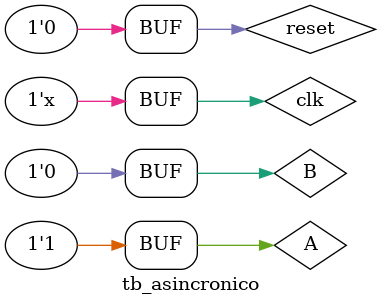
<source format=sv>
module tb_asincronico();
    logic A, B, clk, reset;
    logic C;

    asincronico DUT(
        .clk(clk),
        .reset(reset),
        .A(A),
        .B(B),
        .C(C)
    );

    always #5 clk = ~clk;

    initial begin
        clk = 0;
        reset = 1;
        A = 1;
        B = 0;
        #22
        reset = 0;
    end
endmodule 

</source>
